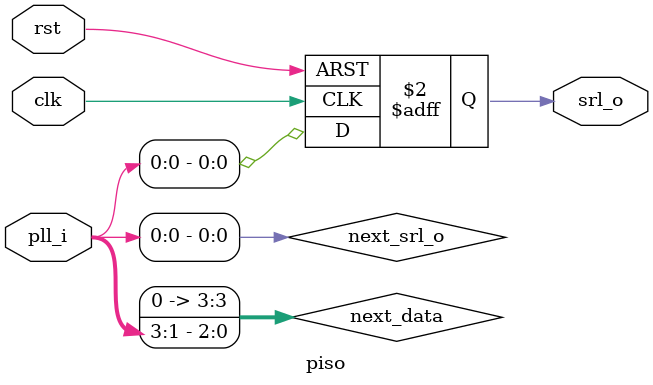
<source format=v>
module piso(
  input wire clk,
  input wire rst,
  input wire [3:0] pll_i,
  output reg srl_o);
  
  wire [3:0] next_data = {1'b0, pll_i[3:1]};
  wire next_srl_o;
  assign next_srl_o = pll_i[0];
  reg [3:0] data;
  
  always@(posedge clk or posedge rst) begin
    if (rst) begin
      data <= pll_i;
      srl_o <= 1'b0;
    end
    else begin
      data <= next_data;
      srl_o <= next_srl_o;
    end
  end
endmodule

</source>
